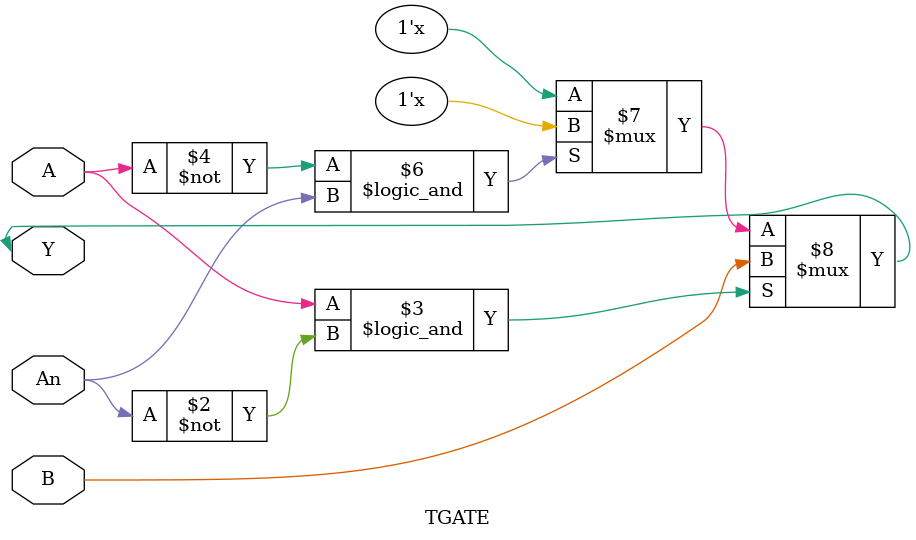
<source format=v>


module TGATE ( Y, A, An, B );

  input A;
  input An;

  inout Y;
  input B;

  wire A,An,B,Y;

  assign Y = (A == 1) && (An == 0) ? B : 
	         (A == 0) && (An == 1) ? 1'bZ : 1'BX;

endmodule

</source>
